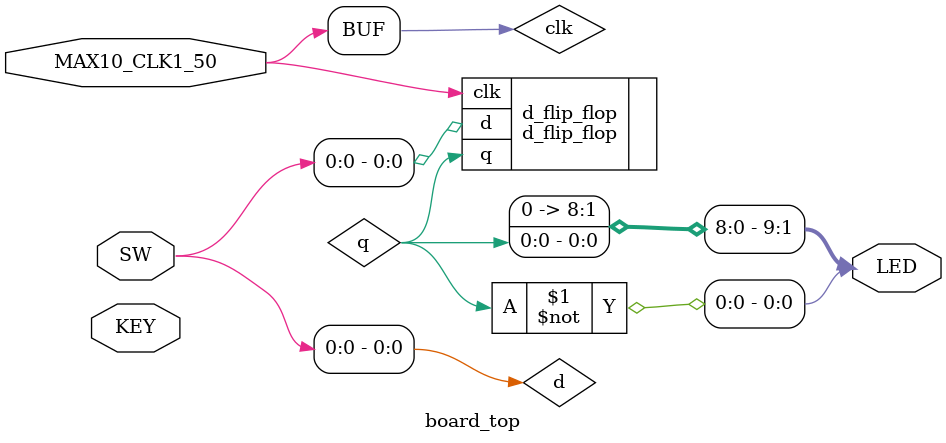
<source format=v>
module board_top
(
    input         MAX10_CLK1_50,
    input  [ 1:0] KEY,
    input  [ 9:0] SW,
    output [ 9:0] LED
);
    wire clk = MAX10_CLK1_50;
    wire d   = SW[0];
    wire q;

    d_flip_flop d_flip_flop
    (
        .clk ( clk ),
        .d   ( d   ),
        .q   ( q   )
    );

    assign LED[9:2] = 8'b0;
    assign LED[  1] =  q;
    assign LED[  0] = ~q;

endmodule

</source>
